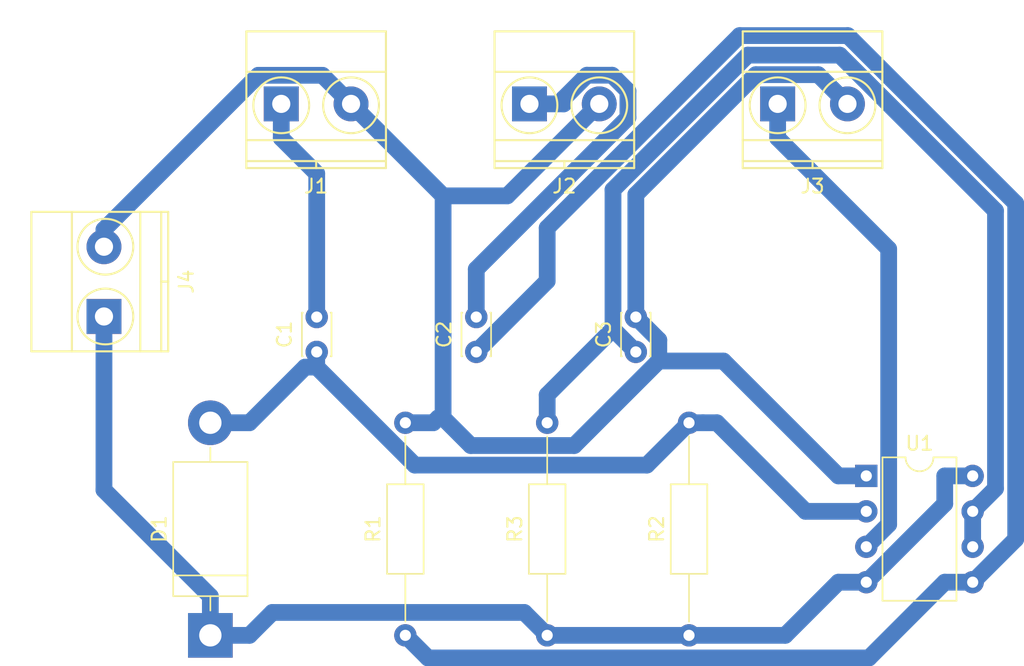
<source format=kicad_pcb>
(kicad_pcb (version 4) (host pcbnew 4.0.6)

  (general
    (links 22)
    (no_connects 0)
    (area 138.945 70.365 214.231802 120.059102)
    (thickness 1.6)
    (drawings 0)
    (tracks 85)
    (zones 0)
    (modules 12)
    (nets 9)
  )

  (page A4)
  (layers
    (0 F.Cu signal)
    (31 B.Cu signal)
    (32 B.Adhes user)
    (33 F.Adhes user)
    (34 B.Paste user)
    (35 F.Paste user)
    (36 B.SilkS user)
    (37 F.SilkS user)
    (38 B.Mask user)
    (39 F.Mask user)
    (40 Dwgs.User user)
    (41 Cmts.User user)
    (42 Eco1.User user)
    (43 Eco2.User user)
    (44 Edge.Cuts user)
    (45 Margin user)
    (46 B.CrtYd user)
    (47 F.CrtYd user)
    (48 B.Fab user)
    (49 F.Fab user)
  )

  (setup
    (last_trace_width 1.2)
    (trace_clearance 1)
    (zone_clearance 0.508)
    (zone_45_only no)
    (trace_min 0.2)
    (segment_width 0.2)
    (edge_width 0.15)
    (via_size 0.6)
    (via_drill 0.4)
    (via_min_size 0.4)
    (via_min_drill 0.3)
    (uvia_size 0.3)
    (uvia_drill 0.1)
    (uvias_allowed no)
    (uvia_min_size 0.2)
    (uvia_min_drill 0.1)
    (pcb_text_width 0.3)
    (pcb_text_size 1.5 1.5)
    (mod_edge_width 0.15)
    (mod_text_size 1 1)
    (mod_text_width 0.15)
    (pad_size 2 2)
    (pad_drill 1)
    (pad_to_mask_clearance 0.2)
    (aux_axis_origin 0 0)
    (visible_elements FFFFFF7F)
    (pcbplotparams
      (layerselection 0x00030_80000001)
      (usegerberextensions false)
      (excludeedgelayer true)
      (linewidth 0.100000)
      (plotframeref false)
      (viasonmask false)
      (mode 1)
      (useauxorigin false)
      (hpglpennumber 1)
      (hpglpenspeed 20)
      (hpglpendiameter 15)
      (hpglpenoverlay 2)
      (psnegative false)
      (psa4output false)
      (plotreference true)
      (plotvalue true)
      (plotinvisibletext false)
      (padsonsilk false)
      (subtractmaskfromsilk false)
      (outputformat 1)
      (mirror false)
      (drillshape 1)
      (scaleselection 1)
      (outputdirectory ""))
  )

  (net 0 "")
  (net 1 "Net-(C1-Pad1)")
  (net 2 "Net-(C1-Pad2)")
  (net 3 "Net-(C2-Pad1)")
  (net 4 "Net-(C2-Pad2)")
  (net 5 "Net-(C3-Pad1)")
  (net 6 GND)
  (net 7 /vcc)
  (net 8 /op)

  (net_class Default "This is the default net class."
    (clearance 1)
    (trace_width 1.2)
    (via_dia 0.6)
    (via_drill 0.4)
    (uvia_dia 0.3)
    (uvia_drill 0.1)
    (add_net /op)
    (add_net /vcc)
    (add_net GND)
    (add_net "Net-(C1-Pad1)")
    (add_net "Net-(C1-Pad2)")
    (add_net "Net-(C2-Pad1)")
    (add_net "Net-(C2-Pad2)")
    (add_net "Net-(C3-Pad1)")
  )

  (module Capacitors_THT:C_Disc_D3.0mm_W2.0mm_P2.50mm (layer F.Cu) (tedit 59D765FA) (tstamp 59D76089)
    (at 162.56 96.52 90)
    (descr "C, Disc series, Radial, pin pitch=2.50mm, , diameter*width=3*2mm^2, Capacitor")
    (tags "C Disc series Radial pin pitch 2.50mm  diameter 3mm width 2mm Capacitor")
    (path /59D75266)
    (fp_text reference C1 (at 1.25 -2.31 90) (layer F.SilkS)
      (effects (font (size 1 1) (thickness 0.15)))
    )
    (fp_text value "0.1 uF" (at 1.25 2.31 90) (layer F.Fab)
      (effects (font (size 1 1) (thickness 0.15)))
    )
    (fp_line (start -0.25 -1) (end -0.25 1) (layer F.Fab) (width 0.1))
    (fp_line (start -0.25 1) (end 2.75 1) (layer F.Fab) (width 0.1))
    (fp_line (start 2.75 1) (end 2.75 -1) (layer F.Fab) (width 0.1))
    (fp_line (start 2.75 -1) (end -0.25 -1) (layer F.Fab) (width 0.1))
    (fp_line (start -0.31 -1.06) (end 2.81 -1.06) (layer F.SilkS) (width 0.12))
    (fp_line (start -0.31 1.06) (end 2.81 1.06) (layer F.SilkS) (width 0.12))
    (fp_line (start -0.31 -1.06) (end -0.31 -0.996) (layer F.SilkS) (width 0.12))
    (fp_line (start -0.31 0.996) (end -0.31 1.06) (layer F.SilkS) (width 0.12))
    (fp_line (start 2.81 -1.06) (end 2.81 -0.996) (layer F.SilkS) (width 0.12))
    (fp_line (start 2.81 0.996) (end 2.81 1.06) (layer F.SilkS) (width 0.12))
    (fp_line (start -1.05 -1.35) (end -1.05 1.35) (layer F.CrtYd) (width 0.05))
    (fp_line (start -1.05 1.35) (end 3.55 1.35) (layer F.CrtYd) (width 0.05))
    (fp_line (start 3.55 1.35) (end 3.55 -1.35) (layer F.CrtYd) (width 0.05))
    (fp_line (start 3.55 -1.35) (end -1.05 -1.35) (layer F.CrtYd) (width 0.05))
    (fp_text user %R (at 1.27 -2.54 90) (layer F.Fab)
      (effects (font (size 1 1) (thickness 0.15)))
    )
    (pad 1 thru_hole circle (at 0 0 90) (size 1.6 1.6) (drill 0.8) (layers *.Cu *.Mask)
      (net 1 "Net-(C1-Pad1)"))
    (pad 2 thru_hole circle (at 2.5 0 90) (size 1.6 1.6) (drill 0.8) (layers *.Cu *.Mask)
      (net 2 "Net-(C1-Pad2)"))
    (model ${KISYS3DMOD}/Capacitors_THT.3dshapes/C_Disc_D3.0mm_W2.0mm_P2.50mm.wrl
      (at (xyz 0 0 0))
      (scale (xyz 1 1 1))
      (rotate (xyz 0 0 0))
    )
  )

  (module Capacitors_THT:C_Disc_D3.0mm_W2.0mm_P2.50mm (layer F.Cu) (tedit 597BC7C2) (tstamp 59D7608F)
    (at 173.99 96.52 90)
    (descr "C, Disc series, Radial, pin pitch=2.50mm, , diameter*width=3*2mm^2, Capacitor")
    (tags "C Disc series Radial pin pitch 2.50mm  diameter 3mm width 2mm Capacitor")
    (path /59D7543C)
    (fp_text reference C2 (at 1.25 -2.31 90) (layer F.SilkS)
      (effects (font (size 1 1) (thickness 0.15)))
    )
    (fp_text value "10 uF" (at 1.25 2.31 90) (layer F.Fab)
      (effects (font (size 1 1) (thickness 0.15)))
    )
    (fp_line (start -0.25 -1) (end -0.25 1) (layer F.Fab) (width 0.1))
    (fp_line (start -0.25 1) (end 2.75 1) (layer F.Fab) (width 0.1))
    (fp_line (start 2.75 1) (end 2.75 -1) (layer F.Fab) (width 0.1))
    (fp_line (start 2.75 -1) (end -0.25 -1) (layer F.Fab) (width 0.1))
    (fp_line (start -0.31 -1.06) (end 2.81 -1.06) (layer F.SilkS) (width 0.12))
    (fp_line (start -0.31 1.06) (end 2.81 1.06) (layer F.SilkS) (width 0.12))
    (fp_line (start -0.31 -1.06) (end -0.31 -0.996) (layer F.SilkS) (width 0.12))
    (fp_line (start -0.31 0.996) (end -0.31 1.06) (layer F.SilkS) (width 0.12))
    (fp_line (start 2.81 -1.06) (end 2.81 -0.996) (layer F.SilkS) (width 0.12))
    (fp_line (start 2.81 0.996) (end 2.81 1.06) (layer F.SilkS) (width 0.12))
    (fp_line (start -1.05 -1.35) (end -1.05 1.35) (layer F.CrtYd) (width 0.05))
    (fp_line (start -1.05 1.35) (end 3.55 1.35) (layer F.CrtYd) (width 0.05))
    (fp_line (start 3.55 1.35) (end 3.55 -1.35) (layer F.CrtYd) (width 0.05))
    (fp_line (start 3.55 -1.35) (end -1.05 -1.35) (layer F.CrtYd) (width 0.05))
    (fp_text user %R (at 1.25 0 90) (layer F.Fab)
      (effects (font (size 1 1) (thickness 0.15)))
    )
    (pad 1 thru_hole circle (at 0 0 90) (size 1.6 1.6) (drill 0.8) (layers *.Cu *.Mask)
      (net 3 "Net-(C2-Pad1)"))
    (pad 2 thru_hole circle (at 2.5 0 90) (size 1.6 1.6) (drill 0.8) (layers *.Cu *.Mask)
      (net 4 "Net-(C2-Pad2)"))
    (model ${KISYS3DMOD}/Capacitors_THT.3dshapes/C_Disc_D3.0mm_W2.0mm_P2.50mm.wrl
      (at (xyz 0 0 0))
      (scale (xyz 1 1 1))
      (rotate (xyz 0 0 0))
    )
  )

  (module Capacitors_THT:C_Disc_D3.0mm_W2.0mm_P2.50mm (layer F.Cu) (tedit 597BC7C2) (tstamp 59D76095)
    (at 185.42 96.52 90)
    (descr "C, Disc series, Radial, pin pitch=2.50mm, , diameter*width=3*2mm^2, Capacitor")
    (tags "C Disc series Radial pin pitch 2.50mm  diameter 3mm width 2mm Capacitor")
    (path /59D753E1)
    (fp_text reference C3 (at 1.25 -2.31 90) (layer F.SilkS)
      (effects (font (size 1 1) (thickness 0.15)))
    )
    (fp_text value "0.1 uF" (at 1.25 2.31 90) (layer F.Fab)
      (effects (font (size 1 1) (thickness 0.15)))
    )
    (fp_line (start -0.25 -1) (end -0.25 1) (layer F.Fab) (width 0.1))
    (fp_line (start -0.25 1) (end 2.75 1) (layer F.Fab) (width 0.1))
    (fp_line (start 2.75 1) (end 2.75 -1) (layer F.Fab) (width 0.1))
    (fp_line (start 2.75 -1) (end -0.25 -1) (layer F.Fab) (width 0.1))
    (fp_line (start -0.31 -1.06) (end 2.81 -1.06) (layer F.SilkS) (width 0.12))
    (fp_line (start -0.31 1.06) (end 2.81 1.06) (layer F.SilkS) (width 0.12))
    (fp_line (start -0.31 -1.06) (end -0.31 -0.996) (layer F.SilkS) (width 0.12))
    (fp_line (start -0.31 0.996) (end -0.31 1.06) (layer F.SilkS) (width 0.12))
    (fp_line (start 2.81 -1.06) (end 2.81 -0.996) (layer F.SilkS) (width 0.12))
    (fp_line (start 2.81 0.996) (end 2.81 1.06) (layer F.SilkS) (width 0.12))
    (fp_line (start -1.05 -1.35) (end -1.05 1.35) (layer F.CrtYd) (width 0.05))
    (fp_line (start -1.05 1.35) (end 3.55 1.35) (layer F.CrtYd) (width 0.05))
    (fp_line (start 3.55 1.35) (end 3.55 -1.35) (layer F.CrtYd) (width 0.05))
    (fp_line (start 3.55 -1.35) (end -1.05 -1.35) (layer F.CrtYd) (width 0.05))
    (fp_text user %R (at 1.25 0 90) (layer F.Fab)
      (effects (font (size 1 1) (thickness 0.15)))
    )
    (pad 1 thru_hole circle (at 0 0 90) (size 1.6 1.6) (drill 0.8) (layers *.Cu *.Mask)
      (net 5 "Net-(C3-Pad1)"))
    (pad 2 thru_hole circle (at 2.5 0 90) (size 1.6 1.6) (drill 0.8) (layers *.Cu *.Mask)
      (net 6 GND))
    (model ${KISYS3DMOD}/Capacitors_THT.3dshapes/C_Disc_D3.0mm_W2.0mm_P2.50mm.wrl
      (at (xyz 0 0 0))
      (scale (xyz 1 1 1))
      (rotate (xyz 0 0 0))
    )
  )

  (module Diodes_THT:D_DO-201AD_P15.24mm_Horizontal (layer F.Cu) (tedit 5921392E) (tstamp 59D7609B)
    (at 154.94 116.84 90)
    (descr "D, DO-201AD series, Axial, Horizontal, pin pitch=15.24mm, , length*diameter=9.5*5.2mm^2, , http://www.diodes.com/_files/packages/DO-201AD.pdf")
    (tags "D DO-201AD series Axial Horizontal pin pitch 15.24mm  length 9.5mm diameter 5.2mm")
    (path /59D756C9)
    (fp_text reference D1 (at 7.62 -3.66 90) (layer F.SilkS)
      (effects (font (size 1 1) (thickness 0.15)))
    )
    (fp_text value D (at 7.62 3.66 90) (layer F.Fab)
      (effects (font (size 1 1) (thickness 0.15)))
    )
    (fp_text user %R (at 7.62 0 90) (layer F.Fab)
      (effects (font (size 1 1) (thickness 0.15)))
    )
    (fp_line (start 2.87 -2.6) (end 2.87 2.6) (layer F.Fab) (width 0.1))
    (fp_line (start 2.87 2.6) (end 12.37 2.6) (layer F.Fab) (width 0.1))
    (fp_line (start 12.37 2.6) (end 12.37 -2.6) (layer F.Fab) (width 0.1))
    (fp_line (start 12.37 -2.6) (end 2.87 -2.6) (layer F.Fab) (width 0.1))
    (fp_line (start 0 0) (end 2.87 0) (layer F.Fab) (width 0.1))
    (fp_line (start 15.24 0) (end 12.37 0) (layer F.Fab) (width 0.1))
    (fp_line (start 4.295 -2.6) (end 4.295 2.6) (layer F.Fab) (width 0.1))
    (fp_line (start 2.81 -2.66) (end 2.81 2.66) (layer F.SilkS) (width 0.12))
    (fp_line (start 2.81 2.66) (end 12.43 2.66) (layer F.SilkS) (width 0.12))
    (fp_line (start 12.43 2.66) (end 12.43 -2.66) (layer F.SilkS) (width 0.12))
    (fp_line (start 12.43 -2.66) (end 2.81 -2.66) (layer F.SilkS) (width 0.12))
    (fp_line (start 1.78 0) (end 2.81 0) (layer F.SilkS) (width 0.12))
    (fp_line (start 13.46 0) (end 12.43 0) (layer F.SilkS) (width 0.12))
    (fp_line (start 4.295 -2.66) (end 4.295 2.66) (layer F.SilkS) (width 0.12))
    (fp_line (start -1.85 -2.95) (end -1.85 2.95) (layer F.CrtYd) (width 0.05))
    (fp_line (start -1.85 2.95) (end 17.1 2.95) (layer F.CrtYd) (width 0.05))
    (fp_line (start 17.1 2.95) (end 17.1 -2.95) (layer F.CrtYd) (width 0.05))
    (fp_line (start 17.1 -2.95) (end -1.85 -2.95) (layer F.CrtYd) (width 0.05))
    (pad 1 thru_hole rect (at 0 0 90) (size 3.2 3.2) (drill 1.6) (layers *.Cu *.Mask)
      (net 7 /vcc))
    (pad 2 thru_hole oval (at 15.24 0 90) (size 3.2 3.2) (drill 1.6) (layers *.Cu *.Mask)
      (net 1 "Net-(C1-Pad1)"))
    (model ${KISYS3DMOD}/Diodes_THT.3dshapes/D_DO-201AD_P15.24mm_Horizontal.wrl
      (at (xyz 0 0 0))
      (scale (xyz 0.393701 0.393701 0.393701))
      (rotate (xyz 0 0 0))
    )
  )

  (module Connectors_Terminal_Blocks:TerminalBlock_Pheonix_MKDS1.5-2pol (layer F.Cu) (tedit 563007E4) (tstamp 59D760A1)
    (at 160.02 78.74)
    (descr "2-way 5mm pitch terminal block, Phoenix MKDS series")
    (path /59D751AE)
    (fp_text reference J1 (at 2.5 5.9) (layer F.SilkS)
      (effects (font (size 1 1) (thickness 0.15)))
    )
    (fp_text value CONN_01X02 (at 2.5 -6.6) (layer F.Fab)
      (effects (font (size 1 1) (thickness 0.15)))
    )
    (fp_line (start -2.7 -5.4) (end 7.7 -5.4) (layer F.CrtYd) (width 0.05))
    (fp_line (start -2.7 4.8) (end -2.7 -5.4) (layer F.CrtYd) (width 0.05))
    (fp_line (start 7.7 4.8) (end -2.7 4.8) (layer F.CrtYd) (width 0.05))
    (fp_line (start 7.7 -5.4) (end 7.7 4.8) (layer F.CrtYd) (width 0.05))
    (fp_line (start 2.5 4.1) (end 2.5 4.6) (layer F.SilkS) (width 0.15))
    (fp_circle (center 5 0.1) (end 3 0.1) (layer F.SilkS) (width 0.15))
    (fp_circle (center 0 0.1) (end 2 0.1) (layer F.SilkS) (width 0.15))
    (fp_line (start -2.5 2.6) (end 7.5 2.6) (layer F.SilkS) (width 0.15))
    (fp_line (start -2.5 -2.3) (end 7.5 -2.3) (layer F.SilkS) (width 0.15))
    (fp_line (start -2.5 4.1) (end 7.5 4.1) (layer F.SilkS) (width 0.15))
    (fp_line (start -2.5 4.6) (end 7.5 4.6) (layer F.SilkS) (width 0.15))
    (fp_line (start 7.5 4.6) (end 7.5 -5.2) (layer F.SilkS) (width 0.15))
    (fp_line (start 7.5 -5.2) (end -2.5 -5.2) (layer F.SilkS) (width 0.15))
    (fp_line (start -2.5 -5.2) (end -2.5 4.6) (layer F.SilkS) (width 0.15))
    (pad 1 thru_hole rect (at 0 0) (size 2.5 2.5) (drill 1.3) (layers *.Cu *.Mask)
      (net 2 "Net-(C1-Pad2)"))
    (pad 2 thru_hole circle (at 5 0) (size 2.5 2.5) (drill 1.3) (layers *.Cu *.Mask)
      (net 6 GND))
    (model Terminal_Blocks.3dshapes/TerminalBlock_Pheonix_MKDS1.5-2pol.wrl
      (at (xyz 0.0984 0 0))
      (scale (xyz 1 1 1))
      (rotate (xyz 0 0 0))
    )
  )

  (module Connectors_Terminal_Blocks:TerminalBlock_Pheonix_MKDS1.5-2pol (layer F.Cu) (tedit 563007E4) (tstamp 59D760A7)
    (at 177.8 78.74)
    (descr "2-way 5mm pitch terminal block, Phoenix MKDS series")
    (path /59D751CB)
    (fp_text reference J2 (at 2.5 5.9) (layer F.SilkS)
      (effects (font (size 1 1) (thickness 0.15)))
    )
    (fp_text value CONN_01X02 (at 2.5 -6.6) (layer F.Fab)
      (effects (font (size 1 1) (thickness 0.15)))
    )
    (fp_line (start -2.7 -5.4) (end 7.7 -5.4) (layer F.CrtYd) (width 0.05))
    (fp_line (start -2.7 4.8) (end -2.7 -5.4) (layer F.CrtYd) (width 0.05))
    (fp_line (start 7.7 4.8) (end -2.7 4.8) (layer F.CrtYd) (width 0.05))
    (fp_line (start 7.7 -5.4) (end 7.7 4.8) (layer F.CrtYd) (width 0.05))
    (fp_line (start 2.5 4.1) (end 2.5 4.6) (layer F.SilkS) (width 0.15))
    (fp_circle (center 5 0.1) (end 3 0.1) (layer F.SilkS) (width 0.15))
    (fp_circle (center 0 0.1) (end 2 0.1) (layer F.SilkS) (width 0.15))
    (fp_line (start -2.5 2.6) (end 7.5 2.6) (layer F.SilkS) (width 0.15))
    (fp_line (start -2.5 -2.3) (end 7.5 -2.3) (layer F.SilkS) (width 0.15))
    (fp_line (start -2.5 4.1) (end 7.5 4.1) (layer F.SilkS) (width 0.15))
    (fp_line (start -2.5 4.6) (end 7.5 4.6) (layer F.SilkS) (width 0.15))
    (fp_line (start 7.5 4.6) (end 7.5 -5.2) (layer F.SilkS) (width 0.15))
    (fp_line (start 7.5 -5.2) (end -2.5 -5.2) (layer F.SilkS) (width 0.15))
    (fp_line (start -2.5 -5.2) (end -2.5 4.6) (layer F.SilkS) (width 0.15))
    (pad 1 thru_hole rect (at 0 0) (size 2.5 2.5) (drill 1.3) (layers *.Cu *.Mask)
      (net 4 "Net-(C2-Pad2)"))
    (pad 2 thru_hole circle (at 5 0) (size 2.5 2.5) (drill 1.3) (layers *.Cu *.Mask)
      (net 6 GND))
    (model Terminal_Blocks.3dshapes/TerminalBlock_Pheonix_MKDS1.5-2pol.wrl
      (at (xyz 0.0984 0 0))
      (scale (xyz 1 1 1))
      (rotate (xyz 0 0 0))
    )
  )

  (module Connectors_Terminal_Blocks:TerminalBlock_Pheonix_MKDS1.5-2pol (layer F.Cu) (tedit 563007E4) (tstamp 59D760AD)
    (at 195.58 78.74)
    (descr "2-way 5mm pitch terminal block, Phoenix MKDS series")
    (path /59D7522F)
    (fp_text reference J3 (at 2.5 5.9) (layer F.SilkS)
      (effects (font (size 1 1) (thickness 0.15)))
    )
    (fp_text value CONN_01X02 (at 2.5 -6.6) (layer F.Fab)
      (effects (font (size 1 1) (thickness 0.15)))
    )
    (fp_line (start -2.7 -5.4) (end 7.7 -5.4) (layer F.CrtYd) (width 0.05))
    (fp_line (start -2.7 4.8) (end -2.7 -5.4) (layer F.CrtYd) (width 0.05))
    (fp_line (start 7.7 4.8) (end -2.7 4.8) (layer F.CrtYd) (width 0.05))
    (fp_line (start 7.7 -5.4) (end 7.7 4.8) (layer F.CrtYd) (width 0.05))
    (fp_line (start 2.5 4.1) (end 2.5 4.6) (layer F.SilkS) (width 0.15))
    (fp_circle (center 5 0.1) (end 3 0.1) (layer F.SilkS) (width 0.15))
    (fp_circle (center 0 0.1) (end 2 0.1) (layer F.SilkS) (width 0.15))
    (fp_line (start -2.5 2.6) (end 7.5 2.6) (layer F.SilkS) (width 0.15))
    (fp_line (start -2.5 -2.3) (end 7.5 -2.3) (layer F.SilkS) (width 0.15))
    (fp_line (start -2.5 4.1) (end 7.5 4.1) (layer F.SilkS) (width 0.15))
    (fp_line (start -2.5 4.6) (end 7.5 4.6) (layer F.SilkS) (width 0.15))
    (fp_line (start 7.5 4.6) (end 7.5 -5.2) (layer F.SilkS) (width 0.15))
    (fp_line (start 7.5 -5.2) (end -2.5 -5.2) (layer F.SilkS) (width 0.15))
    (fp_line (start -2.5 -5.2) (end -2.5 4.6) (layer F.SilkS) (width 0.15))
    (pad 1 thru_hole rect (at 0 0) (size 2.5 2.5) (drill 1.3) (layers *.Cu *.Mask)
      (net 8 /op))
    (pad 2 thru_hole circle (at 5 0) (size 2.5 2.5) (drill 1.3) (layers *.Cu *.Mask)
      (net 6 GND))
    (model Terminal_Blocks.3dshapes/TerminalBlock_Pheonix_MKDS1.5-2pol.wrl
      (at (xyz 0.0984 0 0))
      (scale (xyz 1 1 1))
      (rotate (xyz 0 0 0))
    )
  )

  (module Connectors_Terminal_Blocks:TerminalBlock_Pheonix_MKDS1.5-2pol (layer F.Cu) (tedit 563007E4) (tstamp 59D760B3)
    (at 147.32 93.98 90)
    (descr "2-way 5mm pitch terminal block, Phoenix MKDS series")
    (path /59D75204)
    (fp_text reference J4 (at 2.5 5.9 90) (layer F.SilkS)
      (effects (font (size 1 1) (thickness 0.15)))
    )
    (fp_text value CONN_01X02 (at 2.5 -6.6 90) (layer F.Fab)
      (effects (font (size 1 1) (thickness 0.15)))
    )
    (fp_line (start -2.7 -5.4) (end 7.7 -5.4) (layer F.CrtYd) (width 0.05))
    (fp_line (start -2.7 4.8) (end -2.7 -5.4) (layer F.CrtYd) (width 0.05))
    (fp_line (start 7.7 4.8) (end -2.7 4.8) (layer F.CrtYd) (width 0.05))
    (fp_line (start 7.7 -5.4) (end 7.7 4.8) (layer F.CrtYd) (width 0.05))
    (fp_line (start 2.5 4.1) (end 2.5 4.6) (layer F.SilkS) (width 0.15))
    (fp_circle (center 5 0.1) (end 3 0.1) (layer F.SilkS) (width 0.15))
    (fp_circle (center 0 0.1) (end 2 0.1) (layer F.SilkS) (width 0.15))
    (fp_line (start -2.5 2.6) (end 7.5 2.6) (layer F.SilkS) (width 0.15))
    (fp_line (start -2.5 -2.3) (end 7.5 -2.3) (layer F.SilkS) (width 0.15))
    (fp_line (start -2.5 4.1) (end 7.5 4.1) (layer F.SilkS) (width 0.15))
    (fp_line (start -2.5 4.6) (end 7.5 4.6) (layer F.SilkS) (width 0.15))
    (fp_line (start 7.5 4.6) (end 7.5 -5.2) (layer F.SilkS) (width 0.15))
    (fp_line (start 7.5 -5.2) (end -2.5 -5.2) (layer F.SilkS) (width 0.15))
    (fp_line (start -2.5 -5.2) (end -2.5 4.6) (layer F.SilkS) (width 0.15))
    (pad 1 thru_hole rect (at 0 0 90) (size 2.5 2.5) (drill 1.3) (layers *.Cu *.Mask)
      (net 7 /vcc))
    (pad 2 thru_hole circle (at 5 0 90) (size 2.5 2.5) (drill 1.3) (layers *.Cu *.Mask)
      (net 6 GND))
    (model Terminal_Blocks.3dshapes/TerminalBlock_Pheonix_MKDS1.5-2pol.wrl
      (at (xyz 0.0984 0 0))
      (scale (xyz 1 1 1))
      (rotate (xyz 0 0 0))
    )
  )

  (module Resistors_THT:R_Axial_DIN0207_L6.3mm_D2.5mm_P15.24mm_Horizontal (layer F.Cu) (tedit 5874F706) (tstamp 59D760B9)
    (at 168.91 116.84 90)
    (descr "Resistor, Axial_DIN0207 series, Axial, Horizontal, pin pitch=15.24mm, 0.25W = 1/4W, length*diameter=6.3*2.5mm^2, http://cdn-reichelt.de/documents/datenblatt/B400/1_4W%23YAG.pdf")
    (tags "Resistor Axial_DIN0207 series Axial Horizontal pin pitch 15.24mm 0.25W = 1/4W length 6.3mm diameter 2.5mm")
    (path /59D7551F)
    (fp_text reference R1 (at 7.62 -2.31 90) (layer F.SilkS)
      (effects (font (size 1 1) (thickness 0.15)))
    )
    (fp_text value 10K (at 7.62 2.31 90) (layer F.Fab)
      (effects (font (size 1 1) (thickness 0.15)))
    )
    (fp_line (start 4.47 -1.25) (end 4.47 1.25) (layer F.Fab) (width 0.1))
    (fp_line (start 4.47 1.25) (end 10.77 1.25) (layer F.Fab) (width 0.1))
    (fp_line (start 10.77 1.25) (end 10.77 -1.25) (layer F.Fab) (width 0.1))
    (fp_line (start 10.77 -1.25) (end 4.47 -1.25) (layer F.Fab) (width 0.1))
    (fp_line (start 0 0) (end 4.47 0) (layer F.Fab) (width 0.1))
    (fp_line (start 15.24 0) (end 10.77 0) (layer F.Fab) (width 0.1))
    (fp_line (start 4.41 -1.31) (end 4.41 1.31) (layer F.SilkS) (width 0.12))
    (fp_line (start 4.41 1.31) (end 10.83 1.31) (layer F.SilkS) (width 0.12))
    (fp_line (start 10.83 1.31) (end 10.83 -1.31) (layer F.SilkS) (width 0.12))
    (fp_line (start 10.83 -1.31) (end 4.41 -1.31) (layer F.SilkS) (width 0.12))
    (fp_line (start 0.98 0) (end 4.41 0) (layer F.SilkS) (width 0.12))
    (fp_line (start 14.26 0) (end 10.83 0) (layer F.SilkS) (width 0.12))
    (fp_line (start -1.05 -1.6) (end -1.05 1.6) (layer F.CrtYd) (width 0.05))
    (fp_line (start -1.05 1.6) (end 16.3 1.6) (layer F.CrtYd) (width 0.05))
    (fp_line (start 16.3 1.6) (end 16.3 -1.6) (layer F.CrtYd) (width 0.05))
    (fp_line (start 16.3 -1.6) (end -1.05 -1.6) (layer F.CrtYd) (width 0.05))
    (pad 1 thru_hole circle (at 0 0 90) (size 1.6 1.6) (drill 0.8) (layers *.Cu *.Mask)
      (net 3 "Net-(C2-Pad1)"))
    (pad 2 thru_hole oval (at 15.24 0 90) (size 1.6 1.6) (drill 0.8) (layers *.Cu *.Mask)
      (net 6 GND))
    (model ${KISYS3DMOD}/Resistors_THT.3dshapes/R_Axial_DIN0207_L6.3mm_D2.5mm_P15.24mm_Horizontal.wrl
      (at (xyz 0 0 0))
      (scale (xyz 0.393701 0.393701 0.393701))
      (rotate (xyz 0 0 0))
    )
  )

  (module Resistors_THT:R_Axial_DIN0207_L6.3mm_D2.5mm_P15.24mm_Horizontal (layer F.Cu) (tedit 5874F706) (tstamp 59D760BF)
    (at 189.23 116.84 90)
    (descr "Resistor, Axial_DIN0207 series, Axial, Horizontal, pin pitch=15.24mm, 0.25W = 1/4W, length*diameter=6.3*2.5mm^2, http://cdn-reichelt.de/documents/datenblatt/B400/1_4W%23YAG.pdf")
    (tags "Resistor Axial_DIN0207 series Axial Horizontal pin pitch 15.24mm 0.25W = 1/4W length 6.3mm diameter 2.5mm")
    (path /59D75481)
    (fp_text reference R2 (at 7.62 -2.31 90) (layer F.SilkS)
      (effects (font (size 1 1) (thickness 0.15)))
    )
    (fp_text value 5.6K (at 7.62 2.31 90) (layer F.Fab)
      (effects (font (size 1 1) (thickness 0.15)))
    )
    (fp_line (start 4.47 -1.25) (end 4.47 1.25) (layer F.Fab) (width 0.1))
    (fp_line (start 4.47 1.25) (end 10.77 1.25) (layer F.Fab) (width 0.1))
    (fp_line (start 10.77 1.25) (end 10.77 -1.25) (layer F.Fab) (width 0.1))
    (fp_line (start 10.77 -1.25) (end 4.47 -1.25) (layer F.Fab) (width 0.1))
    (fp_line (start 0 0) (end 4.47 0) (layer F.Fab) (width 0.1))
    (fp_line (start 15.24 0) (end 10.77 0) (layer F.Fab) (width 0.1))
    (fp_line (start 4.41 -1.31) (end 4.41 1.31) (layer F.SilkS) (width 0.12))
    (fp_line (start 4.41 1.31) (end 10.83 1.31) (layer F.SilkS) (width 0.12))
    (fp_line (start 10.83 1.31) (end 10.83 -1.31) (layer F.SilkS) (width 0.12))
    (fp_line (start 10.83 -1.31) (end 4.41 -1.31) (layer F.SilkS) (width 0.12))
    (fp_line (start 0.98 0) (end 4.41 0) (layer F.SilkS) (width 0.12))
    (fp_line (start 14.26 0) (end 10.83 0) (layer F.SilkS) (width 0.12))
    (fp_line (start -1.05 -1.6) (end -1.05 1.6) (layer F.CrtYd) (width 0.05))
    (fp_line (start -1.05 1.6) (end 16.3 1.6) (layer F.CrtYd) (width 0.05))
    (fp_line (start 16.3 1.6) (end 16.3 -1.6) (layer F.CrtYd) (width 0.05))
    (fp_line (start 16.3 -1.6) (end -1.05 -1.6) (layer F.CrtYd) (width 0.05))
    (pad 1 thru_hole circle (at 0 0 90) (size 1.6 1.6) (drill 0.8) (layers *.Cu *.Mask)
      (net 7 /vcc))
    (pad 2 thru_hole oval (at 15.24 0 90) (size 1.6 1.6) (drill 0.8) (layers *.Cu *.Mask)
      (net 1 "Net-(C1-Pad1)"))
    (model ${KISYS3DMOD}/Resistors_THT.3dshapes/R_Axial_DIN0207_L6.3mm_D2.5mm_P15.24mm_Horizontal.wrl
      (at (xyz 0 0 0))
      (scale (xyz 0.393701 0.393701 0.393701))
      (rotate (xyz 0 0 0))
    )
  )

  (module Resistors_THT:R_Axial_DIN0207_L6.3mm_D2.5mm_P15.24mm_Horizontal (layer F.Cu) (tedit 5874F706) (tstamp 59D760C5)
    (at 179.07 116.84 90)
    (descr "Resistor, Axial_DIN0207 series, Axial, Horizontal, pin pitch=15.24mm, 0.25W = 1/4W, length*diameter=6.3*2.5mm^2, http://cdn-reichelt.de/documents/datenblatt/B400/1_4W%23YAG.pdf")
    (tags "Resistor Axial_DIN0207 series Axial Horizontal pin pitch 15.24mm 0.25W = 1/4W length 6.3mm diameter 2.5mm")
    (path /59D754DA)
    (fp_text reference R3 (at 7.62 -2.31 90) (layer F.SilkS)
      (effects (font (size 1 1) (thickness 0.15)))
    )
    (fp_text value 15K (at 7.62 2.31 90) (layer F.Fab)
      (effects (font (size 1 1) (thickness 0.15)))
    )
    (fp_line (start 4.47 -1.25) (end 4.47 1.25) (layer F.Fab) (width 0.1))
    (fp_line (start 4.47 1.25) (end 10.77 1.25) (layer F.Fab) (width 0.1))
    (fp_line (start 10.77 1.25) (end 10.77 -1.25) (layer F.Fab) (width 0.1))
    (fp_line (start 10.77 -1.25) (end 4.47 -1.25) (layer F.Fab) (width 0.1))
    (fp_line (start 0 0) (end 4.47 0) (layer F.Fab) (width 0.1))
    (fp_line (start 15.24 0) (end 10.77 0) (layer F.Fab) (width 0.1))
    (fp_line (start 4.41 -1.31) (end 4.41 1.31) (layer F.SilkS) (width 0.12))
    (fp_line (start 4.41 1.31) (end 10.83 1.31) (layer F.SilkS) (width 0.12))
    (fp_line (start 10.83 1.31) (end 10.83 -1.31) (layer F.SilkS) (width 0.12))
    (fp_line (start 10.83 -1.31) (end 4.41 -1.31) (layer F.SilkS) (width 0.12))
    (fp_line (start 0.98 0) (end 4.41 0) (layer F.SilkS) (width 0.12))
    (fp_line (start 14.26 0) (end 10.83 0) (layer F.SilkS) (width 0.12))
    (fp_line (start -1.05 -1.6) (end -1.05 1.6) (layer F.CrtYd) (width 0.05))
    (fp_line (start -1.05 1.6) (end 16.3 1.6) (layer F.CrtYd) (width 0.05))
    (fp_line (start 16.3 1.6) (end 16.3 -1.6) (layer F.CrtYd) (width 0.05))
    (fp_line (start 16.3 -1.6) (end -1.05 -1.6) (layer F.CrtYd) (width 0.05))
    (pad 1 thru_hole circle (at 0 0 90) (size 1.6 1.6) (drill 0.8) (layers *.Cu *.Mask)
      (net 7 /vcc))
    (pad 2 thru_hole oval (at 15.24 0 90) (size 1.6 1.6) (drill 0.8) (layers *.Cu *.Mask)
      (net 5 "Net-(C3-Pad1)"))
    (model ${KISYS3DMOD}/Resistors_THT.3dshapes/R_Axial_DIN0207_L6.3mm_D2.5mm_P15.24mm_Horizontal.wrl
      (at (xyz 0 0 0))
      (scale (xyz 0.393701 0.393701 0.393701))
      (rotate (xyz 0 0 0))
    )
  )

  (module Housings_DIP:DIP-8_W7.62mm (layer F.Cu) (tedit 59C78D6B) (tstamp 59D760D1)
    (at 201.93 105.41)
    (descr "8-lead though-hole mounted DIP package, row spacing 7.62 mm (300 mils)")
    (tags "THT DIP DIL PDIP 2.54mm 7.62mm 300mil")
    (path /59D670CA)
    (fp_text reference U1 (at 3.81 -2.33) (layer F.SilkS)
      (effects (font (size 1 1) (thickness 0.15)))
    )
    (fp_text value NE555 (at 3.81 9.95) (layer F.Fab)
      (effects (font (size 1 1) (thickness 0.15)))
    )
    (fp_arc (start 3.81 -1.33) (end 2.81 -1.33) (angle -180) (layer F.SilkS) (width 0.12))
    (fp_line (start 1.635 -1.27) (end 6.985 -1.27) (layer F.Fab) (width 0.1))
    (fp_line (start 6.985 -1.27) (end 6.985 8.89) (layer F.Fab) (width 0.1))
    (fp_line (start 6.985 8.89) (end 0.635 8.89) (layer F.Fab) (width 0.1))
    (fp_line (start 0.635 8.89) (end 0.635 -0.27) (layer F.Fab) (width 0.1))
    (fp_line (start 0.635 -0.27) (end 1.635 -1.27) (layer F.Fab) (width 0.1))
    (fp_line (start 2.81 -1.33) (end 1.16 -1.33) (layer F.SilkS) (width 0.12))
    (fp_line (start 1.16 -1.33) (end 1.16 8.95) (layer F.SilkS) (width 0.12))
    (fp_line (start 1.16 8.95) (end 6.46 8.95) (layer F.SilkS) (width 0.12))
    (fp_line (start 6.46 8.95) (end 6.46 -1.33) (layer F.SilkS) (width 0.12))
    (fp_line (start 6.46 -1.33) (end 4.81 -1.33) (layer F.SilkS) (width 0.12))
    (fp_line (start -1.1 -1.55) (end -1.1 9.15) (layer F.CrtYd) (width 0.05))
    (fp_line (start -1.1 9.15) (end 8.7 9.15) (layer F.CrtYd) (width 0.05))
    (fp_line (start 8.7 9.15) (end 8.7 -1.55) (layer F.CrtYd) (width 0.05))
    (fp_line (start 8.7 -1.55) (end -1.1 -1.55) (layer F.CrtYd) (width 0.05))
    (fp_text user %R (at 3.81 3.81) (layer F.Fab)
      (effects (font (size 1 1) (thickness 0.15)))
    )
    (pad 1 thru_hole rect (at 0 0) (size 1.6 1.6) (drill 0.8) (layers *.Cu *.Mask)
      (net 6 GND))
    (pad 5 thru_hole oval (at 7.62 7.62) (size 1.6 1.6) (drill 0.8) (layers *.Cu *.Mask)
      (net 3 "Net-(C2-Pad1)"))
    (pad 2 thru_hole oval (at 0 2.54) (size 1.6 1.6) (drill 0.8) (layers *.Cu *.Mask)
      (net 1 "Net-(C1-Pad1)"))
    (pad 6 thru_hole oval (at 7.62 5.08) (size 1.6 1.6) (drill 0.8) (layers *.Cu *.Mask)
      (net 5 "Net-(C3-Pad1)"))
    (pad 3 thru_hole oval (at 0 5.08) (size 1.6 1.6) (drill 0.8) (layers *.Cu *.Mask)
      (net 8 /op))
    (pad 7 thru_hole oval (at 7.62 2.54) (size 1.6 1.6) (drill 0.8) (layers *.Cu *.Mask)
      (net 5 "Net-(C3-Pad1)"))
    (pad 4 thru_hole oval (at 0 7.62) (size 1.6 1.6) (drill 0.8) (layers *.Cu *.Mask)
      (net 7 /vcc))
    (pad 8 thru_hole oval (at 7.62 0) (size 1.6 1.6) (drill 0.8) (layers *.Cu *.Mask)
      (net 7 /vcc))
    (model ${KISYS3DMOD}/Housings_DIP.3dshapes/DIP-8_W7.62mm.wrl
      (at (xyz 0 0 0))
      (scale (xyz 1 1 1))
      (rotate (xyz 0 0 0))
    )
  )

  (segment (start 197.58 107.95) (end 191.23 101.6) (width 1.2) (layer B.Cu) (net 1))
  (segment (start 201.93 107.95) (end 197.58 107.95) (width 1.2) (layer B.Cu) (net 1))
  (segment (start 190.23 101.6) (end 189.2441 101.6) (width 1.2) (layer B.Cu) (net 1))
  (segment (start 189.23 101.6) (end 189.2441 101.6) (width 1.2) (layer B.Cu) (net 1))
  (segment (start 190.23 101.6) (end 191.23 101.6) (width 1.2) (layer B.Cu) (net 1))
  (segment (start 154.94 101.6) (end 157.74 101.6) (width 1.2) (layer B.Cu) (net 1))
  (segment (start 161.7316 97.6084) (end 157.74 101.6) (width 1.2) (layer B.Cu) (net 1))
  (segment (start 162.56 97.6084) (end 161.7316 97.6084) (width 1.2) (layer B.Cu) (net 1))
  (segment (start 162.56 96.52) (end 162.56 97.6084) (width 1.2) (layer B.Cu) (net 1))
  (segment (start 186.2111 104.633) (end 189.2441 101.6) (width 1.2) (layer B.Cu) (net 1))
  (segment (start 169.5846 104.633) (end 186.2111 104.633) (width 1.2) (layer B.Cu) (net 1))
  (segment (start 162.56 97.6084) (end 169.5846 104.633) (width 1.2) (layer B.Cu) (net 1))
  (segment (start 160.02 78.74) (end 160.02 81.19) (width 1.2) (layer B.Cu) (net 2))
  (segment (start 162.56 83.73) (end 160.02 81.19) (width 1.2) (layer B.Cu) (net 2))
  (segment (start 162.56 94.02) (end 162.56 83.73) (width 1.2) (layer B.Cu) (net 2))
  (segment (start 170.5291 118.4591) (end 168.91 116.84) (width 1.2) (layer B.Cu) (net 3))
  (segment (start 202.1209 118.4591) (end 170.5291 118.4591) (width 1.2) (layer B.Cu) (net 3))
  (segment (start 207.55 113.03) (end 202.1209 118.4591) (width 1.2) (layer B.Cu) (net 3))
  (segment (start 209.55 113.03) (end 207.55 113.03) (width 1.2) (layer B.Cu) (net 3))
  (segment (start 212.6318 109.9482) (end 209.55 113.03) (width 1.2) (layer B.Cu) (net 3))
  (segment (start 212.6318 85.8675) (end 212.6318 109.9482) (width 1.2) (layer B.Cu) (net 3))
  (segment (start 200.6078 73.8435) (end 212.6318 85.8675) (width 1.2) (layer B.Cu) (net 3))
  (segment (start 192.8575 73.8435) (end 200.6078 73.8435) (width 1.2) (layer B.Cu) (net 3))
  (segment (start 179.0699 87.6311) (end 192.8575 73.8435) (width 1.2) (layer B.Cu) (net 3))
  (segment (start 179.0699 91.4401) (end 179.0699 87.6311) (width 1.2) (layer B.Cu) (net 3))
  (segment (start 173.99 96.52) (end 179.0699 91.4401) (width 1.2) (layer B.Cu) (net 3))
  (segment (start 173.99 90.5902) (end 173.99 94.02) (width 1.2) (layer B.Cu) (net 4))
  (segment (start 184.8536 79.7266) (end 173.99 90.5902) (width 1.2) (layer B.Cu) (net 4))
  (segment (start 184.8536 77.8148) (end 184.8536 79.7266) (width 1.2) (layer B.Cu) (net 4))
  (segment (start 183.7219 76.6831) (end 184.8536 77.8148) (width 1.2) (layer B.Cu) (net 4))
  (segment (start 181.9211 76.6831) (end 183.7219 76.6831) (width 1.2) (layer B.Cu) (net 4))
  (segment (start 180.25 78.3542) (end 181.9211 76.6831) (width 1.2) (layer B.Cu) (net 4))
  (segment (start 180.25 78.74) (end 180.25 78.3542) (width 1.2) (layer B.Cu) (net 4))
  (segment (start 177.8 78.74) (end 180.25 78.74) (width 1.2) (layer B.Cu) (net 4))
  (segment (start 209.55 107.95) (end 209.55 110.49) (width 1.2) (layer B.Cu) (net 5))
  (segment (start 179.07 101.6) (end 179.07 99.6) (width 1.2) (layer B.Cu) (net 5))
  (segment (start 179.07 99.6) (end 183.785 94.885) (width 1.2) (layer B.Cu) (net 5))
  (segment (start 183.785 94.885) (end 185.42 96.52) (width 1.2) (layer B.Cu) (net 5))
  (segment (start 183.785 84.8963) (end 183.785 94.885) (width 1.2) (layer B.Cu) (net 5))
  (segment (start 193.4375 75.2438) (end 183.785 84.8963) (width 1.2) (layer B.Cu) (net 5))
  (segment (start 200.0276 75.2438) (end 193.4375 75.2438) (width 1.2) (layer B.Cu) (net 5))
  (segment (start 211.1851 86.4013) (end 200.0276 75.2438) (width 1.2) (layer B.Cu) (net 5))
  (segment (start 211.1851 106.3149) (end 211.1851 86.4013) (width 1.2) (layer B.Cu) (net 5))
  (segment (start 209.55 107.95) (end 211.1851 106.3149) (width 1.2) (layer B.Cu) (net 5))
  (segment (start 147.32 87.7494) (end 147.32 88.98) (width 1.2) (layer B.Cu) (net 6))
  (segment (start 158.3798 76.6896) (end 147.32 87.7494) (width 1.2) (layer B.Cu) (net 6))
  (segment (start 162.9696 76.6896) (end 158.3798 76.6896) (width 1.2) (layer B.Cu) (net 6))
  (segment (start 165.02 78.74) (end 162.9696 76.6896) (width 1.2) (layer B.Cu) (net 6))
  (segment (start 185.42 85.2416) (end 185.42 94.02) (width 1.2) (layer B.Cu) (net 6))
  (segment (start 194.0175 76.6441) (end 185.42 85.2416) (width 1.2) (layer B.Cu) (net 6))
  (segment (start 198.4841 76.6441) (end 194.0175 76.6441) (width 1.2) (layer B.Cu) (net 6))
  (segment (start 200.58 78.74) (end 198.4841 76.6441) (width 1.2) (layer B.Cu) (net 6))
  (segment (start 168.91 101.6) (end 170.91 101.6) (width 1.2) (layer B.Cu) (net 6))
  (segment (start 176.2068 85.3332) (end 182.8 78.74) (width 1.2) (layer B.Cu) (net 6))
  (segment (start 171.6132 85.3332) (end 176.2068 85.3332) (width 1.2) (layer B.Cu) (net 6))
  (segment (start 171.6132 85.3332) (end 165.02 78.74) (width 1.2) (layer B.Cu) (net 6))
  (segment (start 201.93 105.41) (end 199.93 105.41) (width 1.2) (layer B.Cu) (net 6))
  (segment (start 191.6929 97.1729) (end 187.0661 97.1729) (width 1.2) (layer B.Cu) (net 6))
  (segment (start 199.93 105.41) (end 191.6929 97.1729) (width 1.2) (layer B.Cu) (net 6))
  (segment (start 187.0661 95.6661) (end 185.42 94.02) (width 1.2) (layer B.Cu) (net 6))
  (segment (start 187.0661 97.1729) (end 187.0661 95.6661) (width 1.2) (layer B.Cu) (net 6))
  (segment (start 171.6132 101.2484) (end 171.6132 85.3332) (width 1.2) (layer B.Cu) (net 6))
  (segment (start 171.2616 101.2484) (end 171.6132 101.2484) (width 1.2) (layer B.Cu) (net 6))
  (segment (start 170.91 101.6) (end 171.2616 101.2484) (width 1.2) (layer B.Cu) (net 6))
  (segment (start 181.0063 103.2327) (end 187.0661 97.1729) (width 1.2) (layer B.Cu) (net 6))
  (segment (start 173.5975 103.2327) (end 181.0063 103.2327) (width 1.2) (layer B.Cu) (net 6))
  (segment (start 171.6132 101.2484) (end 173.5975 103.2327) (width 1.2) (layer B.Cu) (net 6))
  (segment (start 209.55 105.41) (end 207.55 105.41) (width 1.2) (layer B.Cu) (net 7))
  (segment (start 154.94 116.84) (end 157.74 116.84) (width 1.2) (layer B.Cu) (net 7))
  (segment (start 159.3817 115.1983) (end 157.74 116.84) (width 1.2) (layer B.Cu) (net 7))
  (segment (start 177.4283 115.1983) (end 159.3817 115.1983) (width 1.2) (layer B.Cu) (net 7))
  (segment (start 179.07 116.84) (end 177.4283 115.1983) (width 1.2) (layer B.Cu) (net 7))
  (segment (start 147.32 106.42) (end 154.94 114.04) (width 1.2) (layer B.Cu) (net 7))
  (segment (start 147.32 93.98) (end 147.32 106.42) (width 1.2) (layer B.Cu) (net 7))
  (segment (start 154.94 116.84) (end 154.94 114.04) (width 1.2) (layer B.Cu) (net 7))
  (segment (start 207.55 107.41) (end 201.93 113.03) (width 1.2) (layer B.Cu) (net 7))
  (segment (start 207.55 105.41) (end 207.55 107.41) (width 1.2) (layer B.Cu) (net 7))
  (segment (start 201.93 113.03) (end 199.93 113.03) (width 1.2) (layer B.Cu) (net 7))
  (segment (start 196.12 116.84) (end 189.23 116.84) (width 1.2) (layer B.Cu) (net 7))
  (segment (start 199.93 113.03) (end 196.12 116.84) (width 1.2) (layer B.Cu) (net 7))
  (segment (start 189.23 116.84) (end 179.07 116.84) (width 1.2) (layer B.Cu) (net 7))
  (segment (start 203.5332 89.1432) (end 195.58 81.19) (width 1.2) (layer B.Cu) (net 8))
  (segment (start 203.5332 108.8868) (end 203.5332 89.1432) (width 1.2) (layer B.Cu) (net 8))
  (segment (start 201.93 110.49) (end 203.5332 108.8868) (width 1.2) (layer B.Cu) (net 8))
  (segment (start 195.58 78.74) (end 195.58 81.19) (width 1.2) (layer B.Cu) (net 8))

)

</source>
